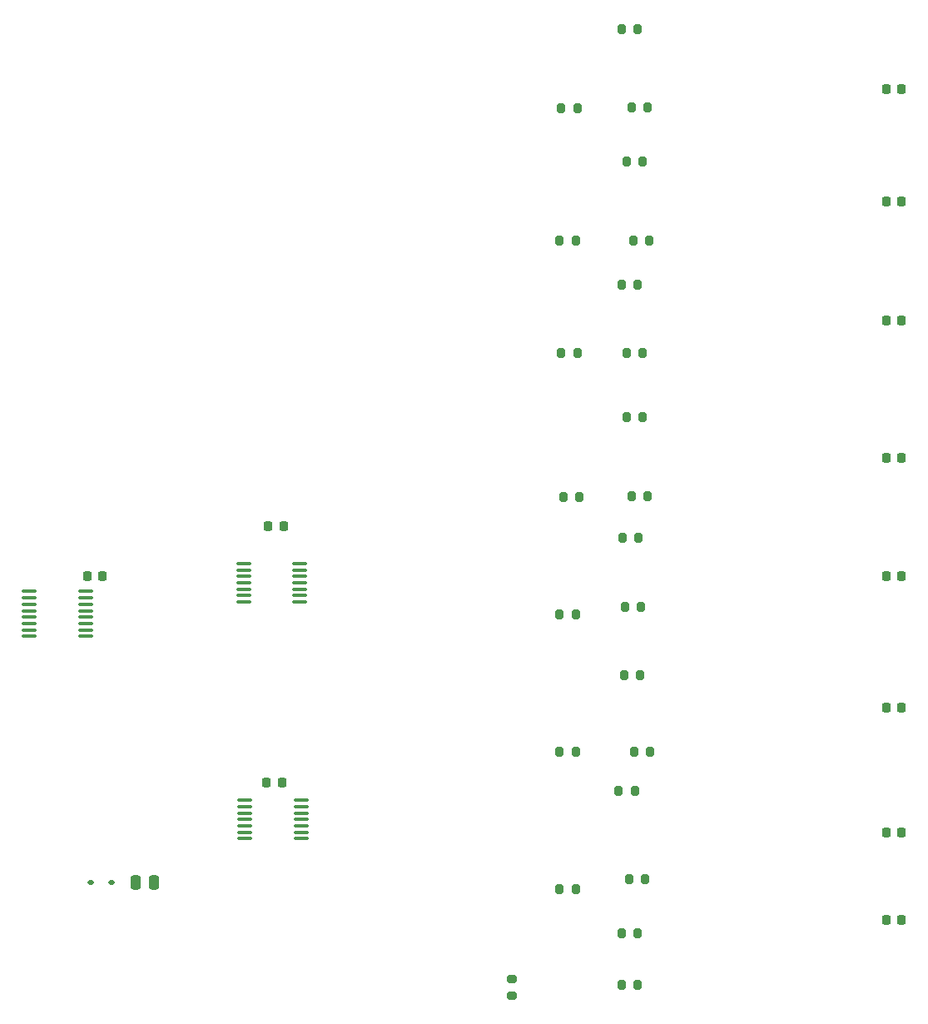
<source format=gbr>
%TF.GenerationSoftware,KiCad,Pcbnew,8.0.8*%
%TF.CreationDate,2025-02-19T17:07:23+00:00*%
%TF.ProjectId,MEMLSensorBoard,4d454d4c-5365-46e7-936f-72426f617264,rev?*%
%TF.SameCoordinates,Original*%
%TF.FileFunction,Paste,Top*%
%TF.FilePolarity,Positive*%
%FSLAX46Y46*%
G04 Gerber Fmt 4.6, Leading zero omitted, Abs format (unit mm)*
G04 Created by KiCad (PCBNEW 8.0.8) date 2025-02-19 17:07:23*
%MOMM*%
%LPD*%
G01*
G04 APERTURE LIST*
G04 Aperture macros list*
%AMRoundRect*
0 Rectangle with rounded corners*
0 $1 Rounding radius*
0 $2 $3 $4 $5 $6 $7 $8 $9 X,Y pos of 4 corners*
0 Add a 4 corners polygon primitive as box body*
4,1,4,$2,$3,$4,$5,$6,$7,$8,$9,$2,$3,0*
0 Add four circle primitives for the rounded corners*
1,1,$1+$1,$2,$3*
1,1,$1+$1,$4,$5*
1,1,$1+$1,$6,$7*
1,1,$1+$1,$8,$9*
0 Add four rect primitives between the rounded corners*
20,1,$1+$1,$2,$3,$4,$5,0*
20,1,$1+$1,$4,$5,$6,$7,0*
20,1,$1+$1,$6,$7,$8,$9,0*
20,1,$1+$1,$8,$9,$2,$3,0*%
G04 Aperture macros list end*
%ADD10RoundRect,0.200000X0.200000X0.275000X-0.200000X0.275000X-0.200000X-0.275000X0.200000X-0.275000X0*%
%ADD11RoundRect,0.225000X-0.225000X-0.250000X0.225000X-0.250000X0.225000X0.250000X-0.225000X0.250000X0*%
%ADD12RoundRect,0.200000X-0.200000X-0.275000X0.200000X-0.275000X0.200000X0.275000X-0.200000X0.275000X0*%
%ADD13RoundRect,0.100000X-0.637500X-0.100000X0.637500X-0.100000X0.637500X0.100000X-0.637500X0.100000X0*%
%ADD14RoundRect,0.225000X0.225000X0.250000X-0.225000X0.250000X-0.225000X-0.250000X0.225000X-0.250000X0*%
%ADD15RoundRect,0.112500X-0.187500X-0.112500X0.187500X-0.112500X0.187500X0.112500X-0.187500X0.112500X0*%
%ADD16RoundRect,0.250000X0.250000X0.475000X-0.250000X0.475000X-0.250000X-0.475000X0.250000X-0.475000X0*%
%ADD17RoundRect,0.200000X-0.275000X0.200000X-0.275000X-0.200000X0.275000X-0.200000X0.275000X0.200000X0*%
G04 APERTURE END LIST*
D10*
%TO.C,R32*%
X203825000Y-119500000D03*
X202175000Y-119500000D03*
%TD*%
%TO.C,R31*%
X203500000Y-105000000D03*
X201850000Y-105000000D03*
%TD*%
%TO.C,R30*%
X204075000Y-93250000D03*
X202425000Y-93250000D03*
%TD*%
%TO.C,R29*%
X203900000Y-79250000D03*
X202250000Y-79250000D03*
%TD*%
%TO.C,R28*%
X204325000Y-67000000D03*
X202675000Y-67000000D03*
%TD*%
%TO.C,R27*%
X203825000Y-53500000D03*
X202175000Y-53500000D03*
%TD*%
%TO.C,R26*%
X204325000Y-41000000D03*
X202675000Y-41000000D03*
%TD*%
%TO.C,R25*%
X203825000Y-27500000D03*
X202175000Y-27500000D03*
%TD*%
D11*
%TO.C,C20*%
X229095000Y-109220000D03*
X230645000Y-109220000D03*
%TD*%
%TO.C,C1*%
X166230000Y-78105000D03*
X167780000Y-78105000D03*
%TD*%
%TO.C,C15*%
X229095000Y-45085000D03*
X230645000Y-45085000D03*
%TD*%
D12*
%TO.C,R18*%
X203350000Y-49000000D03*
X205000000Y-49000000D03*
%TD*%
D11*
%TO.C,C19*%
X229095000Y-96520000D03*
X230645000Y-96520000D03*
%TD*%
D12*
%TO.C,R24*%
X202175000Y-124750000D03*
X203825000Y-124750000D03*
%TD*%
%TO.C,R12*%
X195835000Y-101043998D03*
X197485000Y-101043998D03*
%TD*%
D13*
%TO.C,U3*%
X163820000Y-105955000D03*
X163820000Y-106605000D03*
X163820000Y-107255000D03*
X163820000Y-107905000D03*
X163820000Y-108555000D03*
X163820000Y-109205000D03*
X163820000Y-109855000D03*
X169545000Y-109855000D03*
X169545000Y-109205000D03*
X169545000Y-108555000D03*
X169545000Y-107905000D03*
X169545000Y-107255000D03*
X169545000Y-106605000D03*
X169545000Y-105955000D03*
%TD*%
D11*
%TO.C,C16*%
X229095000Y-57150000D03*
X230645000Y-57150000D03*
%TD*%
%TO.C,C17*%
X229095000Y-71120000D03*
X230645000Y-71120000D03*
%TD*%
D12*
%TO.C,R10*%
X195835000Y-87073998D03*
X197485000Y-87073998D03*
%TD*%
D11*
%TO.C,C13*%
X229095000Y-118110000D03*
X230645000Y-118110000D03*
%TD*%
%TO.C,C2*%
X166047500Y-104140000D03*
X167597500Y-104140000D03*
%TD*%
%TO.C,C3*%
X147815000Y-83185000D03*
X149365000Y-83185000D03*
%TD*%
D14*
%TO.C,C14*%
X230645000Y-33655000D03*
X229095000Y-33655000D03*
%TD*%
D12*
%TO.C,R14*%
X195835000Y-115013998D03*
X197485000Y-115013998D03*
%TD*%
%TO.C,R19*%
X202675000Y-60500000D03*
X204325000Y-60500000D03*
%TD*%
D11*
%TO.C,C18*%
X229095000Y-83185000D03*
X230645000Y-83185000D03*
%TD*%
D12*
%TO.C,R4*%
X195835000Y-49052996D03*
X197485000Y-49052996D03*
%TD*%
D15*
%TO.C,D1*%
X148175000Y-114300000D03*
X150275000Y-114300000D03*
%TD*%
D16*
%TO.C,C4*%
X154619999Y-114300000D03*
X152720001Y-114300000D03*
%TD*%
D17*
%TO.C,R16*%
X191000000Y-124175000D03*
X191000000Y-125825000D03*
%TD*%
D12*
%TO.C,R8*%
X196215000Y-75087996D03*
X197865000Y-75087996D03*
%TD*%
%TO.C,R2*%
X196025000Y-35560000D03*
X197675000Y-35560000D03*
%TD*%
%TO.C,R6*%
X196025000Y-60482996D03*
X197675000Y-60482996D03*
%TD*%
D13*
%TO.C,U4*%
X141917500Y-84720000D03*
X141917500Y-85370000D03*
X141917500Y-86020000D03*
X141917500Y-86670000D03*
X141917500Y-87320000D03*
X141917500Y-87970000D03*
X141917500Y-88620000D03*
X141917500Y-89270000D03*
X147642500Y-89270000D03*
X147642500Y-88620000D03*
X147642500Y-87970000D03*
X147642500Y-87320000D03*
X147642500Y-86670000D03*
X147642500Y-86020000D03*
X147642500Y-85370000D03*
X147642500Y-84720000D03*
%TD*%
D12*
%TO.C,R20*%
X203175000Y-75000000D03*
X204825000Y-75000000D03*
%TD*%
D13*
%TO.C,U2*%
X163700000Y-81870000D03*
X163700000Y-82520000D03*
X163700000Y-83170000D03*
X163700000Y-83820000D03*
X163700000Y-84470000D03*
X163700000Y-85120000D03*
X163700000Y-85770000D03*
X169425000Y-85770000D03*
X169425000Y-85120000D03*
X169425000Y-84470000D03*
X169425000Y-83820000D03*
X169425000Y-83170000D03*
X169425000Y-82520000D03*
X169425000Y-81870000D03*
%TD*%
D12*
%TO.C,R21*%
X202500000Y-86250000D03*
X204150000Y-86250000D03*
%TD*%
%TO.C,R22*%
X203425000Y-101000000D03*
X205075000Y-101000000D03*
%TD*%
%TO.C,R17*%
X203175000Y-35500000D03*
X204825000Y-35500000D03*
%TD*%
%TO.C,R23*%
X202925000Y-114000000D03*
X204575000Y-114000000D03*
%TD*%
M02*

</source>
